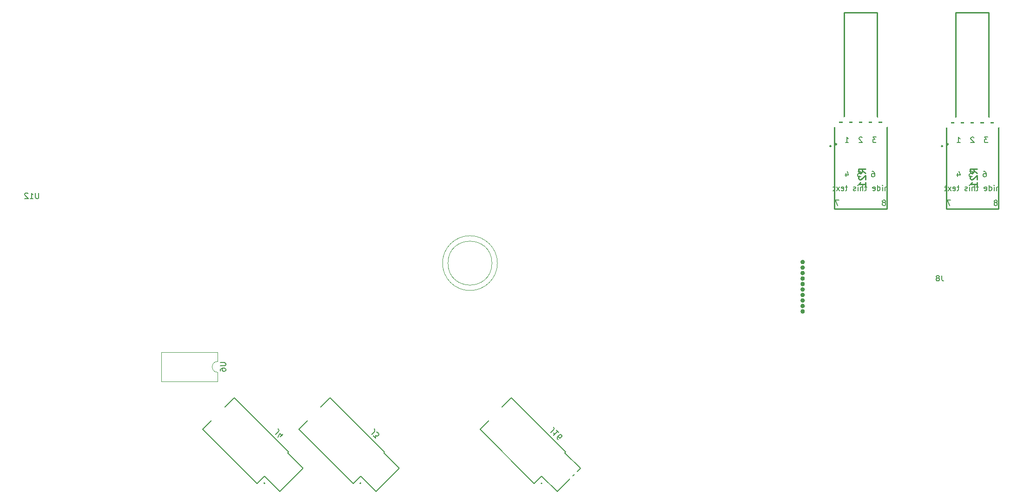
<source format=gbr>
%TF.GenerationSoftware,KiCad,Pcbnew,(6.0.5)*%
%TF.CreationDate,2022-07-01T10:57:45+02:00*%
%TF.ProjectId,clarinoid-bodytest,636c6172-696e-46f6-9964-2d626f647974,rev?*%
%TF.SameCoordinates,Original*%
%TF.FileFunction,Legend,Bot*%
%TF.FilePolarity,Positive*%
%FSLAX46Y46*%
G04 Gerber Fmt 4.6, Leading zero omitted, Abs format (unit mm)*
G04 Created by KiCad (PCBNEW (6.0.5)) date 2022-07-01 10:57:45*
%MOMM*%
%LPD*%
G01*
G04 APERTURE LIST*
G04 Aperture macros list*
%AMHorizOval*
0 Thick line with rounded ends*
0 $1 width*
0 $2 $3 position (X,Y) of the first rounded end (center of the circle)*
0 $4 $5 position (X,Y) of the second rounded end (center of the circle)*
0 Add line between two ends*
20,1,$1,$2,$3,$4,$5,0*
0 Add two circle primitives to create the rounded ends*
1,1,$1,$2,$3*
1,1,$1,$4,$5*%
G04 Aperture macros list end*
%ADD10C,0.254000*%
%ADD11C,0.150000*%
%ADD12C,0.250000*%
%ADD13C,0.120000*%
%ADD14C,0.127000*%
%ADD15C,0.200000*%
%ADD16C,0.400000*%
%ADD17C,9.000000*%
%ADD18C,2.700000*%
%ADD19C,1.800000*%
%ADD20O,1.200000X2.000000*%
%ADD21O,3.000000X2.150000*%
%ADD22C,2.390000*%
%ADD23C,3.450000*%
%ADD24R,1.600000X1.600000*%
%ADD25C,1.600000*%
%ADD26C,0.650000*%
%ADD27O,1.000000X2.100000*%
%ADD28O,1.000000X1.600000*%
%ADD29C,6.500000*%
%ADD30C,6.200000*%
%ADD31C,1.000000*%
%ADD32C,7.000000*%
%ADD33O,1.700000X2.200000*%
%ADD34O,2.200000X1.700000*%
%ADD35C,4.000000*%
%ADD36C,7.500000*%
%ADD37C,1.650000*%
%ADD38C,1.150000*%
%ADD39HorizOval,1.700000X0.388909X0.388909X-0.388909X-0.388909X0*%
%ADD40C,8.500000*%
%ADD41O,1.600000X1.600000*%
%ADD42R,1.700000X2.800000*%
%ADD43R,2.800000X1.700000*%
%ADD44O,1.400000X2.500000*%
%ADD45O,1.400000X2.000000*%
%ADD46C,0.800000*%
%ADD47C,0.600000*%
G04 APERTURE END LIST*
D10*
%TO.C,R21*%
X-95106683Y-187952094D02*
X-95711445Y-187528761D01*
X-95106683Y-187226380D02*
X-96376683Y-187226380D01*
X-96376683Y-187710189D01*
X-96316207Y-187831142D01*
X-96255730Y-187891618D01*
X-96134778Y-187952094D01*
X-95953349Y-187952094D01*
X-95832397Y-187891618D01*
X-95771921Y-187831142D01*
X-95711445Y-187710189D01*
X-95711445Y-187226380D01*
X-96255730Y-188435903D02*
X-96316207Y-188496380D01*
X-96376683Y-188617332D01*
X-96376683Y-188919713D01*
X-96316207Y-189040665D01*
X-96255730Y-189101142D01*
X-96134778Y-189161618D01*
X-96013826Y-189161618D01*
X-95832397Y-189101142D01*
X-95106683Y-188375427D01*
X-95106683Y-189161618D01*
X-95106683Y-190371142D02*
X-95106683Y-189645427D01*
X-95106683Y-190008284D02*
X-96376683Y-190008284D01*
X-96195254Y-189887332D01*
X-96074302Y-189766380D01*
X-96013826Y-189645427D01*
D11*
%TO.C,J15*%
X-98666683Y-187978237D02*
X-98666683Y-188644903D01*
X-98428587Y-187597284D02*
X-98190492Y-188311570D01*
X-98809540Y-188311570D01*
X-99892873Y-192894903D02*
X-100559540Y-192894903D01*
X-100130968Y-193894903D01*
X-96464302Y-187644903D02*
X-95988111Y-187644903D01*
X-95940492Y-188121094D01*
X-95988111Y-188073475D01*
X-96083349Y-188025856D01*
X-96321445Y-188025856D01*
X-96416683Y-188073475D01*
X-96464302Y-188121094D01*
X-96511921Y-188216332D01*
X-96511921Y-188454427D01*
X-96464302Y-188549665D01*
X-96416683Y-188597284D01*
X-96321445Y-188644903D01*
X-96083349Y-188644903D01*
X-95988111Y-188597284D01*
X-95940492Y-188549665D01*
X-93142873Y-181394903D02*
X-93761921Y-181394903D01*
X-93428587Y-181775856D01*
X-93571445Y-181775856D01*
X-93666683Y-181823475D01*
X-93714302Y-181871094D01*
X-93761921Y-181966332D01*
X-93761921Y-182204427D01*
X-93714302Y-182299665D01*
X-93666683Y-182347284D01*
X-93571445Y-182394903D01*
X-93285730Y-182394903D01*
X-93190492Y-182347284D01*
X-93142873Y-182299665D01*
X-98761921Y-182394903D02*
X-98190492Y-182394903D01*
X-98476207Y-182394903D02*
X-98476207Y-181394903D01*
X-98380968Y-181537761D01*
X-98285730Y-181632999D01*
X-98190492Y-181680618D01*
X-95690492Y-181490142D02*
X-95738111Y-181442523D01*
X-95833349Y-181394903D01*
X-96071445Y-181394903D01*
X-96166683Y-181442523D01*
X-96214302Y-181490142D01*
X-96261921Y-181585380D01*
X-96261921Y-181680618D01*
X-96214302Y-181823475D01*
X-95642873Y-182394903D01*
X-96261921Y-182394903D01*
X-91630968Y-193323475D02*
X-91535730Y-193275856D01*
X-91488111Y-193228237D01*
X-91440492Y-193132999D01*
X-91440492Y-193085380D01*
X-91488111Y-192990142D01*
X-91535730Y-192942523D01*
X-91630968Y-192894903D01*
X-91821445Y-192894903D01*
X-91916683Y-192942523D01*
X-91964302Y-192990142D01*
X-92011921Y-193085380D01*
X-92011921Y-193132999D01*
X-91964302Y-193228237D01*
X-91916683Y-193275856D01*
X-91821445Y-193323475D01*
X-91630968Y-193323475D01*
X-91535730Y-193371094D01*
X-91488111Y-193418713D01*
X-91440492Y-193513951D01*
X-91440492Y-193704427D01*
X-91488111Y-193799665D01*
X-91535730Y-193847284D01*
X-91630968Y-193894903D01*
X-91821445Y-193894903D01*
X-91916683Y-193847284D01*
X-91964302Y-193799665D01*
X-92011921Y-193704427D01*
X-92011921Y-193513951D01*
X-91964302Y-193418713D01*
X-91916683Y-193371094D01*
X-91821445Y-193323475D01*
X-93916683Y-187644903D02*
X-93726207Y-187644903D01*
X-93630968Y-187692523D01*
X-93583349Y-187740142D01*
X-93488111Y-187882999D01*
X-93440492Y-188073475D01*
X-93440492Y-188454427D01*
X-93488111Y-188549665D01*
X-93535730Y-188597284D01*
X-93630968Y-188644903D01*
X-93821445Y-188644903D01*
X-93916683Y-188597284D01*
X-93964302Y-188549665D01*
X-94011921Y-188454427D01*
X-94011921Y-188216332D01*
X-93964302Y-188121094D01*
X-93916683Y-188073475D01*
X-93821445Y-188025856D01*
X-93630968Y-188025856D01*
X-93535730Y-188073475D01*
X-93488111Y-188121094D01*
X-93440492Y-188216332D01*
X-91095254Y-191144903D02*
X-91095254Y-190144903D01*
X-91523826Y-191144903D02*
X-91523826Y-190621094D01*
X-91476207Y-190525856D01*
X-91380968Y-190478237D01*
X-91238111Y-190478237D01*
X-91142873Y-190525856D01*
X-91095254Y-190573475D01*
X-92000016Y-191144903D02*
X-92000016Y-190478237D01*
X-92000016Y-190144903D02*
X-91952397Y-190192523D01*
X-92000016Y-190240142D01*
X-92047635Y-190192523D01*
X-92000016Y-190144903D01*
X-92000016Y-190240142D01*
X-92904778Y-191144903D02*
X-92904778Y-190144903D01*
X-92904778Y-191097284D02*
X-92809540Y-191144903D01*
X-92619064Y-191144903D01*
X-92523826Y-191097284D01*
X-92476207Y-191049665D01*
X-92428587Y-190954427D01*
X-92428587Y-190668713D01*
X-92476207Y-190573475D01*
X-92523826Y-190525856D01*
X-92619064Y-190478237D01*
X-92809540Y-190478237D01*
X-92904778Y-190525856D01*
X-93761921Y-191097284D02*
X-93666683Y-191144903D01*
X-93476206Y-191144903D01*
X-93380968Y-191097284D01*
X-93333349Y-191002046D01*
X-93333349Y-190621094D01*
X-93380968Y-190525856D01*
X-93476206Y-190478237D01*
X-93666683Y-190478237D01*
X-93761921Y-190525856D01*
X-93809540Y-190621094D01*
X-93809540Y-190716332D01*
X-93333349Y-190811570D01*
X-94857159Y-190478237D02*
X-95238111Y-190478237D01*
X-95000016Y-190144903D02*
X-95000016Y-191002046D01*
X-95047635Y-191097284D01*
X-95142873Y-191144903D01*
X-95238111Y-191144903D01*
X-95571445Y-191144903D02*
X-95571445Y-190144903D01*
X-96000016Y-191144903D02*
X-96000016Y-190621094D01*
X-95952397Y-190525856D01*
X-95857159Y-190478237D01*
X-95714302Y-190478237D01*
X-95619064Y-190525856D01*
X-95571445Y-190573475D01*
X-96476206Y-191144903D02*
X-96476206Y-190478237D01*
X-96476206Y-190144903D02*
X-96428587Y-190192523D01*
X-96476206Y-190240142D01*
X-96523826Y-190192523D01*
X-96476206Y-190144903D01*
X-96476206Y-190240142D01*
X-96904778Y-191097284D02*
X-97000016Y-191144903D01*
X-97190492Y-191144903D01*
X-97285730Y-191097284D01*
X-97333349Y-191002046D01*
X-97333349Y-190954427D01*
X-97285730Y-190859189D01*
X-97190492Y-190811570D01*
X-97047635Y-190811570D01*
X-96952397Y-190763951D01*
X-96904778Y-190668713D01*
X-96904778Y-190621094D01*
X-96952397Y-190525856D01*
X-97047635Y-190478237D01*
X-97190492Y-190478237D01*
X-97285730Y-190525856D01*
X-98380968Y-190478237D02*
X-98761921Y-190478237D01*
X-98523826Y-190144903D02*
X-98523826Y-191002046D01*
X-98571445Y-191097284D01*
X-98666683Y-191144903D01*
X-98761921Y-191144903D01*
X-99476206Y-191097284D02*
X-99380968Y-191144903D01*
X-99190492Y-191144903D01*
X-99095254Y-191097284D01*
X-99047635Y-191002046D01*
X-99047635Y-190621094D01*
X-99095254Y-190525856D01*
X-99190492Y-190478237D01*
X-99380968Y-190478237D01*
X-99476206Y-190525856D01*
X-99523826Y-190621094D01*
X-99523826Y-190716332D01*
X-99047635Y-190811570D01*
X-99857159Y-191144903D02*
X-100380968Y-190478237D01*
X-99857159Y-190478237D02*
X-100380968Y-191144903D01*
X-100619064Y-190478237D02*
X-101000016Y-190478237D01*
X-100761921Y-190144903D02*
X-100761921Y-191002046D01*
X-100809540Y-191097284D01*
X-100904778Y-191144903D01*
X-101000016Y-191144903D01*
%TO.C,J4*%
X-202544217Y-235620679D02*
X-202039141Y-235115603D01*
X-201971797Y-234980916D01*
X-201971797Y-234846229D01*
X-202039141Y-234711542D01*
X-202106484Y-234644199D01*
X-201668751Y-236024740D02*
X-201197347Y-235553336D01*
X-202106484Y-236125756D02*
X-201769767Y-235452321D01*
X-201332034Y-235890053D01*
%TO.C,J3*%
X-185044217Y-235620679D02*
X-184539141Y-235115603D01*
X-184471797Y-234980916D01*
X-184471797Y-234846229D01*
X-184539141Y-234711542D01*
X-184606484Y-234644199D01*
X-184774843Y-235890053D02*
X-184337110Y-236327786D01*
X-184303438Y-235822710D01*
X-184202423Y-235923725D01*
X-184101408Y-235957397D01*
X-184034064Y-235957397D01*
X-183933049Y-235923725D01*
X-183764690Y-235755366D01*
X-183731019Y-235654351D01*
X-183731019Y-235587008D01*
X-183764690Y-235485992D01*
X-183966721Y-235283962D01*
X-184067736Y-235250290D01*
X-184135080Y-235250290D01*
%TO.C,J8*%
X-81206840Y-206649414D02*
X-81206840Y-207363700D01*
X-81159221Y-207506557D01*
X-81063983Y-207601795D01*
X-80921126Y-207649414D01*
X-80825888Y-207649414D01*
X-81825888Y-207077986D02*
X-81730650Y-207030367D01*
X-81683031Y-206982748D01*
X-81635412Y-206887510D01*
X-81635412Y-206839891D01*
X-81683031Y-206744653D01*
X-81730650Y-206697034D01*
X-81825888Y-206649414D01*
X-82016364Y-206649414D01*
X-82111602Y-206697034D01*
X-82159221Y-206744653D01*
X-82206840Y-206839891D01*
X-82206840Y-206887510D01*
X-82159221Y-206982748D01*
X-82111602Y-207030367D01*
X-82016364Y-207077986D01*
X-81825888Y-207077986D01*
X-81730650Y-207125605D01*
X-81683031Y-207173224D01*
X-81635412Y-207268462D01*
X-81635412Y-207458938D01*
X-81683031Y-207554176D01*
X-81730650Y-207601795D01*
X-81825888Y-207649414D01*
X-82016364Y-207649414D01*
X-82111602Y-207601795D01*
X-82159221Y-207554176D01*
X-82206840Y-207458938D01*
X-82206840Y-207268462D01*
X-82159221Y-207173224D01*
X-82111602Y-207125605D01*
X-82016364Y-207077986D01*
%TO.C,U12*%
X-245701100Y-191599414D02*
X-245701100Y-192408938D01*
X-245748719Y-192504176D01*
X-245796338Y-192551795D01*
X-245891576Y-192599414D01*
X-246082053Y-192599414D01*
X-246177291Y-192551795D01*
X-246224910Y-192504176D01*
X-246272529Y-192408938D01*
X-246272529Y-191599414D01*
X-247272529Y-192599414D02*
X-246701100Y-192599414D01*
X-246986815Y-192599414D02*
X-246986815Y-191599414D01*
X-246891576Y-191742272D01*
X-246796338Y-191837510D01*
X-246701100Y-191885129D01*
X-247653481Y-191694653D02*
X-247701100Y-191647034D01*
X-247796338Y-191599414D01*
X-248034434Y-191599414D01*
X-248129672Y-191647034D01*
X-248177291Y-191694653D01*
X-248224910Y-191789891D01*
X-248224910Y-191885129D01*
X-248177291Y-192027986D01*
X-247605862Y-192599414D01*
X-248224910Y-192599414D01*
%TO.C,U6*%
X-212631815Y-222550129D02*
X-211822291Y-222550129D01*
X-211727053Y-222597748D01*
X-211679434Y-222645367D01*
X-211631815Y-222740605D01*
X-211631815Y-222931081D01*
X-211679434Y-223026319D01*
X-211727053Y-223073938D01*
X-211822291Y-223121557D01*
X-212631815Y-223121557D01*
X-212631815Y-224026319D02*
X-212631815Y-223835843D01*
X-212584196Y-223740605D01*
X-212536576Y-223692986D01*
X-212393719Y-223597748D01*
X-212203243Y-223550129D01*
X-211822291Y-223550129D01*
X-211727053Y-223597748D01*
X-211679434Y-223645367D01*
X-211631815Y-223740605D01*
X-211631815Y-223931081D01*
X-211679434Y-224026319D01*
X-211727053Y-224073938D01*
X-211822291Y-224121557D01*
X-212060386Y-224121557D01*
X-212155624Y-224073938D01*
X-212203243Y-224026319D01*
X-212250862Y-223931081D01*
X-212250862Y-223740605D01*
X-212203243Y-223645367D01*
X-212155624Y-223597748D01*
X-212060386Y-223550129D01*
%TO.C,J16*%
X-152380934Y-235283962D02*
X-151875858Y-234778886D01*
X-151808515Y-234644199D01*
X-151808515Y-234509512D01*
X-151875858Y-234374825D01*
X-151943202Y-234307481D01*
X-150966721Y-235283962D02*
X-151370782Y-234879901D01*
X-151168751Y-235081931D02*
X-151875858Y-235789038D01*
X-151842186Y-235620679D01*
X-151842186Y-235485992D01*
X-151875858Y-235384977D01*
X-151067736Y-236597160D02*
X-151202423Y-236462473D01*
X-151236095Y-236361458D01*
X-151236095Y-236294114D01*
X-151202423Y-236125756D01*
X-151101408Y-235957397D01*
X-150832034Y-235688023D01*
X-150731019Y-235654351D01*
X-150663675Y-235654351D01*
X-150562660Y-235688023D01*
X-150427973Y-235822710D01*
X-150394301Y-235923725D01*
X-150394301Y-235991069D01*
X-150427973Y-236092084D01*
X-150596332Y-236260443D01*
X-150697347Y-236294114D01*
X-150764690Y-236294114D01*
X-150865706Y-236260443D01*
X-151000393Y-236125756D01*
X-151034064Y-236024740D01*
X-151034064Y-235957397D01*
X-151000393Y-235856382D01*
%TO.C,J15*%
X-70758243Y-191149414D02*
X-70758243Y-190149414D01*
X-71186815Y-191149414D02*
X-71186815Y-190625605D01*
X-71139196Y-190530367D01*
X-71043957Y-190482748D01*
X-70901100Y-190482748D01*
X-70805862Y-190530367D01*
X-70758243Y-190577986D01*
X-71663005Y-191149414D02*
X-71663005Y-190482748D01*
X-71663005Y-190149414D02*
X-71615386Y-190197034D01*
X-71663005Y-190244653D01*
X-71710624Y-190197034D01*
X-71663005Y-190149414D01*
X-71663005Y-190244653D01*
X-72567767Y-191149414D02*
X-72567767Y-190149414D01*
X-72567767Y-191101795D02*
X-72472529Y-191149414D01*
X-72282053Y-191149414D01*
X-72186815Y-191101795D01*
X-72139196Y-191054176D01*
X-72091576Y-190958938D01*
X-72091576Y-190673224D01*
X-72139196Y-190577986D01*
X-72186815Y-190530367D01*
X-72282053Y-190482748D01*
X-72472529Y-190482748D01*
X-72567767Y-190530367D01*
X-73424910Y-191101795D02*
X-73329672Y-191149414D01*
X-73139195Y-191149414D01*
X-73043957Y-191101795D01*
X-72996338Y-191006557D01*
X-72996338Y-190625605D01*
X-73043957Y-190530367D01*
X-73139195Y-190482748D01*
X-73329672Y-190482748D01*
X-73424910Y-190530367D01*
X-73472529Y-190625605D01*
X-73472529Y-190720843D01*
X-72996338Y-190816081D01*
X-74520148Y-190482748D02*
X-74901100Y-190482748D01*
X-74663005Y-190149414D02*
X-74663005Y-191006557D01*
X-74710624Y-191101795D01*
X-74805862Y-191149414D01*
X-74901100Y-191149414D01*
X-75234434Y-191149414D02*
X-75234434Y-190149414D01*
X-75663005Y-191149414D02*
X-75663005Y-190625605D01*
X-75615386Y-190530367D01*
X-75520148Y-190482748D01*
X-75377291Y-190482748D01*
X-75282053Y-190530367D01*
X-75234434Y-190577986D01*
X-76139195Y-191149414D02*
X-76139195Y-190482748D01*
X-76139195Y-190149414D02*
X-76091576Y-190197034D01*
X-76139195Y-190244653D01*
X-76186815Y-190197034D01*
X-76139195Y-190149414D01*
X-76139195Y-190244653D01*
X-76567767Y-191101795D02*
X-76663005Y-191149414D01*
X-76853481Y-191149414D01*
X-76948719Y-191101795D01*
X-76996338Y-191006557D01*
X-76996338Y-190958938D01*
X-76948719Y-190863700D01*
X-76853481Y-190816081D01*
X-76710624Y-190816081D01*
X-76615386Y-190768462D01*
X-76567767Y-190673224D01*
X-76567767Y-190625605D01*
X-76615386Y-190530367D01*
X-76710624Y-190482748D01*
X-76853481Y-190482748D01*
X-76948719Y-190530367D01*
X-78043957Y-190482748D02*
X-78424910Y-190482748D01*
X-78186815Y-190149414D02*
X-78186815Y-191006557D01*
X-78234434Y-191101795D01*
X-78329672Y-191149414D01*
X-78424910Y-191149414D01*
X-79139195Y-191101795D02*
X-79043957Y-191149414D01*
X-78853481Y-191149414D01*
X-78758243Y-191101795D01*
X-78710624Y-191006557D01*
X-78710624Y-190625605D01*
X-78758243Y-190530367D01*
X-78853481Y-190482748D01*
X-79043957Y-190482748D01*
X-79139195Y-190530367D01*
X-79186815Y-190625605D01*
X-79186815Y-190720843D01*
X-78710624Y-190816081D01*
X-79520148Y-191149414D02*
X-80043957Y-190482748D01*
X-79520148Y-190482748D02*
X-80043957Y-191149414D01*
X-80282053Y-190482748D02*
X-80663005Y-190482748D01*
X-80424910Y-190149414D02*
X-80424910Y-191006557D01*
X-80472529Y-191101795D01*
X-80567767Y-191149414D01*
X-80663005Y-191149414D01*
X-73579672Y-187649414D02*
X-73389196Y-187649414D01*
X-73293957Y-187697034D01*
X-73246338Y-187744653D01*
X-73151100Y-187887510D01*
X-73103481Y-188077986D01*
X-73103481Y-188458938D01*
X-73151100Y-188554176D01*
X-73198719Y-188601795D01*
X-73293957Y-188649414D01*
X-73484434Y-188649414D01*
X-73579672Y-188601795D01*
X-73627291Y-188554176D01*
X-73674910Y-188458938D01*
X-73674910Y-188220843D01*
X-73627291Y-188125605D01*
X-73579672Y-188077986D01*
X-73484434Y-188030367D01*
X-73293957Y-188030367D01*
X-73198719Y-188077986D01*
X-73151100Y-188125605D01*
X-73103481Y-188220843D01*
X-71293957Y-193327986D02*
X-71198719Y-193280367D01*
X-71151100Y-193232748D01*
X-71103481Y-193137510D01*
X-71103481Y-193089891D01*
X-71151100Y-192994653D01*
X-71198719Y-192947034D01*
X-71293957Y-192899414D01*
X-71484434Y-192899414D01*
X-71579672Y-192947034D01*
X-71627291Y-192994653D01*
X-71674910Y-193089891D01*
X-71674910Y-193137510D01*
X-71627291Y-193232748D01*
X-71579672Y-193280367D01*
X-71484434Y-193327986D01*
X-71293957Y-193327986D01*
X-71198719Y-193375605D01*
X-71151100Y-193423224D01*
X-71103481Y-193518462D01*
X-71103481Y-193708938D01*
X-71151100Y-193804176D01*
X-71198719Y-193851795D01*
X-71293957Y-193899414D01*
X-71484434Y-193899414D01*
X-71579672Y-193851795D01*
X-71627291Y-193804176D01*
X-71674910Y-193708938D01*
X-71674910Y-193518462D01*
X-71627291Y-193423224D01*
X-71579672Y-193375605D01*
X-71484434Y-193327986D01*
X-75353481Y-181494653D02*
X-75401100Y-181447034D01*
X-75496338Y-181399414D01*
X-75734434Y-181399414D01*
X-75829672Y-181447034D01*
X-75877291Y-181494653D01*
X-75924910Y-181589891D01*
X-75924910Y-181685129D01*
X-75877291Y-181827986D01*
X-75305862Y-182399414D01*
X-75924910Y-182399414D01*
X-78424910Y-182399414D02*
X-77853481Y-182399414D01*
X-78139196Y-182399414D02*
X-78139196Y-181399414D01*
X-78043957Y-181542272D01*
X-77948719Y-181637510D01*
X-77853481Y-181685129D01*
X-72805862Y-181399414D02*
X-73424910Y-181399414D01*
X-73091576Y-181780367D01*
X-73234434Y-181780367D01*
X-73329672Y-181827986D01*
X-73377291Y-181875605D01*
X-73424910Y-181970843D01*
X-73424910Y-182208938D01*
X-73377291Y-182304176D01*
X-73329672Y-182351795D01*
X-73234434Y-182399414D01*
X-72948719Y-182399414D01*
X-72853481Y-182351795D01*
X-72805862Y-182304176D01*
X-76127291Y-187649414D02*
X-75651100Y-187649414D01*
X-75603481Y-188125605D01*
X-75651100Y-188077986D01*
X-75746338Y-188030367D01*
X-75984434Y-188030367D01*
X-76079672Y-188077986D01*
X-76127291Y-188125605D01*
X-76174910Y-188220843D01*
X-76174910Y-188458938D01*
X-76127291Y-188554176D01*
X-76079672Y-188601795D01*
X-75984434Y-188649414D01*
X-75746338Y-188649414D01*
X-75651100Y-188601795D01*
X-75603481Y-188554176D01*
X-79555862Y-192899414D02*
X-80222529Y-192899414D01*
X-79793957Y-193899414D01*
X-78329672Y-187982748D02*
X-78329672Y-188649414D01*
X-78091576Y-187601795D02*
X-77853481Y-188316081D01*
X-78472529Y-188316081D01*
D10*
%TO.C,R21*%
X-74769672Y-187956605D02*
X-75374434Y-187533272D01*
X-74769672Y-187230891D02*
X-76039672Y-187230891D01*
X-76039672Y-187714700D01*
X-75979196Y-187835653D01*
X-75918719Y-187896129D01*
X-75797767Y-187956605D01*
X-75616338Y-187956605D01*
X-75495386Y-187896129D01*
X-75434910Y-187835653D01*
X-75374434Y-187714700D01*
X-75374434Y-187230891D01*
X-75918719Y-188440414D02*
X-75979196Y-188500891D01*
X-76039672Y-188621843D01*
X-76039672Y-188924224D01*
X-75979196Y-189045176D01*
X-75918719Y-189105653D01*
X-75797767Y-189166129D01*
X-75676815Y-189166129D01*
X-75495386Y-189105653D01*
X-74769672Y-188379938D01*
X-74769672Y-189166129D01*
X-74769672Y-190375653D02*
X-74769672Y-189649938D01*
X-74769672Y-190012795D02*
X-76039672Y-190012795D01*
X-75858243Y-189891843D01*
X-75737291Y-189770891D01*
X-75676815Y-189649938D01*
D11*
%TO.C,J17*%
X-83809672Y-230749414D02*
X-83809672Y-231463700D01*
X-83762053Y-231606557D01*
X-83666815Y-231701795D01*
X-83523957Y-231749414D01*
X-83428719Y-231749414D01*
X-84809672Y-231749414D02*
X-84238243Y-231749414D01*
X-84523957Y-231749414D02*
X-84523957Y-230749414D01*
X-84428719Y-230892272D01*
X-84333481Y-230987510D01*
X-84238243Y-231035129D01*
X-85143005Y-230749414D02*
X-85809672Y-230749414D01*
X-85381100Y-231749414D01*
D10*
%TO.C,R21*%
X-101380817Y-183045523D02*
G75*
G03*
X-101380817Y-183045523I-98390J0D01*
G01*
X-92976207Y-178692523D02*
X-98976207Y-178692523D01*
X-92976207Y-158692523D02*
X-98976207Y-158692523D01*
X-91226207Y-194492523D02*
X-91226207Y-178692523D01*
X-98976207Y-178692523D02*
X-100726207Y-178692523D01*
X-100726207Y-194492523D02*
X-91226207Y-194492523D01*
X-98976207Y-158692523D02*
X-98976207Y-178692523D01*
X-91226207Y-178692523D02*
X-92976207Y-178692523D01*
X-100726207Y-178692523D02*
X-100726207Y-194492523D01*
X-92976207Y-178692523D02*
X-92976207Y-158692523D01*
%TO.C,J15*%
D12*
X-100351207Y-182692523D02*
G75*
G03*
X-100351207Y-182692523I-125000J0D01*
G01*
D13*
%TO.C,U18*%
X-163139196Y-204391545D02*
G75*
G03*
X-163139196Y-204391545I-4000000J0D01*
G01*
X-162139196Y-204391545D02*
G75*
G03*
X-162139196Y-204391545I-5000000J0D01*
G01*
D14*
%TO.C,J4*%
X-201751161Y-246081275D02*
X-197508520Y-241838634D01*
X-197508520Y-241838634D02*
X-200336947Y-239010207D01*
X-205923091Y-244596350D02*
X-204579588Y-243252847D01*
X-214196240Y-233070510D02*
X-215822585Y-234696855D01*
X-200336947Y-239010207D02*
X-200195526Y-238868785D01*
X-210095021Y-228969291D02*
X-211792077Y-230666347D01*
X-215822585Y-234696855D02*
X-205923091Y-244596350D01*
X-200195526Y-238868785D02*
X-210095021Y-228969291D01*
X-204579588Y-243252847D02*
X-201751161Y-246081275D01*
D15*
X-204495710Y-244552227D02*
G75*
G03*
X-204495710Y-244552227I-100000J0D01*
G01*
D14*
%TO.C,J3*%
X-188423091Y-244596350D02*
X-187079588Y-243252847D01*
X-182695526Y-238868785D02*
X-192595021Y-228969291D01*
X-187079588Y-243252847D02*
X-184251161Y-246081275D01*
X-180008520Y-241838634D02*
X-182836947Y-239010207D01*
X-192595021Y-228969291D02*
X-194292077Y-230666347D01*
X-182836947Y-239010207D02*
X-182695526Y-238868785D01*
X-196696240Y-233070510D02*
X-198322585Y-234696855D01*
X-198322585Y-234696855D02*
X-188423091Y-244596350D01*
X-184251161Y-246081275D02*
X-180008520Y-241838634D01*
D15*
X-186995710Y-244552227D02*
G75*
G03*
X-186995710Y-244552227I-100000J0D01*
G01*
%TO.C,J8*%
D16*
X-106340174Y-204197034D02*
G75*
G03*
X-106340174Y-204197034I-200000J0D01*
G01*
X-106340174Y-210197034D02*
G75*
G03*
X-106340174Y-210197034I-200000J0D01*
G01*
X-106340174Y-209197034D02*
G75*
G03*
X-106340174Y-209197034I-200000J0D01*
G01*
X-106340174Y-211197034D02*
G75*
G03*
X-106340174Y-211197034I-200000J0D01*
G01*
X-106340174Y-212197034D02*
G75*
G03*
X-106340174Y-212197034I-200000J0D01*
G01*
X-106340174Y-207197034D02*
G75*
G03*
X-106340174Y-207197034I-200000J0D01*
G01*
X-106340174Y-205197034D02*
G75*
G03*
X-106340174Y-205197034I-200000J0D01*
G01*
X-106340174Y-213197034D02*
G75*
G03*
X-106340174Y-213197034I-200000J0D01*
G01*
X-106340174Y-208197034D02*
G75*
G03*
X-106340174Y-208197034I-200000J0D01*
G01*
X-106340174Y-206197034D02*
G75*
G03*
X-106340174Y-206197034I-200000J0D01*
G01*
D13*
%TO.C,U6*%
X-213084196Y-220662034D02*
X-213084196Y-222312034D01*
X-213084196Y-224312034D02*
X-213084196Y-225962034D01*
X-223364196Y-225962034D02*
X-223364196Y-220662034D01*
X-213084196Y-225962034D02*
X-223364196Y-225962034D01*
X-223364196Y-220662034D02*
X-213084196Y-220662034D01*
X-213084196Y-222312034D02*
G75*
G03*
X-213084196Y-224312034I0J-1000000D01*
G01*
D14*
%TO.C,J16*%
X-151251161Y-246081275D02*
X-147008520Y-241838634D01*
X-149695526Y-238868785D02*
X-159595021Y-228969291D01*
X-159595021Y-228969291D02*
X-161292077Y-230666347D01*
X-154079588Y-243252847D02*
X-151251161Y-246081275D01*
X-165322585Y-234696855D02*
X-155423091Y-244596350D01*
X-163696240Y-233070510D02*
X-165322585Y-234696855D01*
X-155423091Y-244596350D02*
X-154079588Y-243252847D01*
X-147008520Y-241838634D02*
X-149836947Y-239010207D01*
X-149836947Y-239010207D02*
X-149695526Y-238868785D01*
D15*
X-153995710Y-244552227D02*
G75*
G03*
X-153995710Y-244552227I-100000J0D01*
G01*
%TO.C,J15*%
D12*
X-80014196Y-182697034D02*
G75*
G03*
X-80014196Y-182697034I-125000J0D01*
G01*
D10*
%TO.C,R21*%
X-72639196Y-178697034D02*
X-72639196Y-158697034D01*
X-80389196Y-178697034D02*
X-80389196Y-194497034D01*
X-70889196Y-178697034D02*
X-72639196Y-178697034D01*
X-78639196Y-158697034D02*
X-78639196Y-178697034D01*
X-80389196Y-194497034D02*
X-70889196Y-194497034D01*
X-78639196Y-178697034D02*
X-80389196Y-178697034D01*
X-70889196Y-194497034D02*
X-70889196Y-178697034D01*
X-72639196Y-158697034D02*
X-78639196Y-158697034D01*
X-72639196Y-178697034D02*
X-78639196Y-178697034D01*
X-81043806Y-183050034D02*
G75*
G03*
X-81043806Y-183050034I-98390J0D01*
G01*
%TD*%
%LPC*%
D17*
X-255894196Y-244197034D02*
G75*
G03*
X-255894196Y-244197034I-4500000J0D01*
G01*
D18*
%TO.C,H8*%
X-48339196Y-192197034D03*
%TD*%
D19*
%TO.C,R21*%
X-93476207Y-192442523D03*
X-98476207Y-192442523D03*
X-93476207Y-186192523D03*
X-95976207Y-186192523D03*
X-98476207Y-186192523D03*
X-93476207Y-183692523D03*
X-95976207Y-183692523D03*
X-98476207Y-183692523D03*
%TD*%
D20*
%TO.C,J15*%
X-104076207Y-178692523D03*
X-102276207Y-178692523D03*
X-100476207Y-178692523D03*
X-98676207Y-178692523D03*
X-96876207Y-178692523D03*
X-95076207Y-178692523D03*
X-93276207Y-178692523D03*
X-91476207Y-178692523D03*
X-89676207Y-178692523D03*
X-87876207Y-178692523D03*
%TD*%
D18*
%TO.C,H7*%
X-201251696Y-231197034D03*
%TD*%
%TO.C,H3*%
X-66139196Y-208697034D03*
%TD*%
D19*
%TO.C,SW2*%
X-293929196Y-238462034D03*
X-288849196Y-238462034D03*
D21*
X-291389196Y-220682034D03*
X-291389196Y-223222034D03*
X-291389196Y-225762034D03*
%TD*%
D18*
%TO.C,H5*%
X-46251696Y-231197034D03*
%TD*%
D19*
%TO.C,SW11*%
X-209491696Y-194132034D03*
X-204411696Y-194132034D03*
D21*
X-206951696Y-211912034D03*
X-206951696Y-209372034D03*
X-206951696Y-206832034D03*
%TD*%
D22*
%TO.C,BT1*%
X-57539196Y-239197034D03*
D23*
X-121069196Y-239197034D03*
X-65869196Y-223197034D03*
%TD*%
D24*
%TO.C,SW7*%
X-213652477Y-195851545D03*
D25*
X-213652477Y-198391545D03*
%TD*%
D26*
%TO.C,J5*%
X-148616207Y-193912523D03*
X-154396207Y-193912523D03*
D27*
X-155826207Y-193412523D03*
D28*
X-147186207Y-197592523D03*
D27*
X-147186207Y-193412523D03*
D28*
X-155826207Y-197592523D03*
%TD*%
D29*
%TO.C,U16*%
X-246851696Y-201897034D03*
%TD*%
D19*
%TO.C,SW5*%
X-226849196Y-238462034D03*
X-231929196Y-238462034D03*
D21*
X-229389196Y-220682034D03*
X-229389196Y-223222034D03*
X-229389196Y-225762034D03*
%TD*%
D19*
%TO.C,SW4*%
X-242849196Y-236462034D03*
X-247929196Y-236462034D03*
D21*
X-245389196Y-218682034D03*
X-245389196Y-221222034D03*
X-245389196Y-223762034D03*
%TD*%
D30*
%TO.C,H1*%
X-165901696Y-227197034D03*
%TD*%
D18*
%TO.C,H9*%
X-199539196Y-201392034D03*
%TD*%
D31*
%TO.C,J11*%
X-132451207Y-196242523D03*
X-124451207Y-196242523D03*
%TD*%
D32*
%TO.C,J19*%
X-175751696Y-225597034D03*
%TD*%
D18*
%TO.C,H11*%
X-254751696Y-201391545D03*
%TD*%
D33*
%TO.C,J13*%
X-150656207Y-181692523D03*
X-148116207Y-181692523D03*
X-145576207Y-181692523D03*
X-143036207Y-181692523D03*
X-140496207Y-181692523D03*
X-137956207Y-181692523D03*
X-135416207Y-181692523D03*
X-132876207Y-181692523D03*
X-130336207Y-181692523D03*
X-127796207Y-181692523D03*
X-125256207Y-181692523D03*
X-122716207Y-181692523D03*
X-120176207Y-181692523D03*
X-117636207Y-181692523D03*
X-115096207Y-200192523D03*
X-112556207Y-200192523D03*
X-110016207Y-200192523D03*
D34*
X-158376207Y-188192523D03*
X-158376207Y-190732523D03*
X-107376207Y-188192523D03*
X-107376207Y-190732523D03*
D35*
X-140876207Y-188192523D03*
X-155376207Y-184692523D03*
%TD*%
D18*
%TO.C,H2*%
X-147639196Y-208697034D03*
%TD*%
%TO.C,H4*%
X-283251696Y-231197034D03*
%TD*%
%TO.C,H10*%
X-296501696Y-201391545D03*
%TD*%
D36*
%TO.C,U18*%
X-167139196Y-204391545D03*
%TD*%
D24*
%TO.C,SW9*%
X-240152477Y-195891545D03*
D25*
X-240152477Y-198431545D03*
%TD*%
D19*
%TO.C,SW12*%
X-194691696Y-194132034D03*
X-189611696Y-194132034D03*
D21*
X-192151696Y-211912034D03*
X-192151696Y-209372034D03*
X-192151696Y-206832034D03*
%TD*%
D19*
%TO.C,SW3*%
X-277929196Y-236462034D03*
X-272849196Y-236462034D03*
D21*
X-275389196Y-218682034D03*
X-275389196Y-221222034D03*
X-275389196Y-223762034D03*
%TD*%
D37*
%TO.C,U2*%
X-145901696Y-241197034D03*
D38*
X-145901696Y-221197034D03*
%TD*%
D29*
%TO.C,U15*%
X-220251696Y-201897034D03*
%TD*%
D19*
%TO.C,SW10*%
X-231011696Y-194132034D03*
X-236091696Y-194132034D03*
D21*
X-233551696Y-211912034D03*
X-233551696Y-209372034D03*
X-233551696Y-206832034D03*
%TD*%
D39*
%TO.C,J4*%
X-203907836Y-240884040D03*
X-204226034Y-237737415D03*
X-208256543Y-236535333D03*
X-208185832Y-233777617D03*
X-212251696Y-232540180D03*
%TD*%
%TO.C,J3*%
X-186407836Y-240884040D03*
X-186726034Y-237737415D03*
X-190756543Y-236535333D03*
X-190685832Y-233777617D03*
X-194751696Y-232540180D03*
%TD*%
D40*
%TO.C,U12*%
X-239439196Y-187897034D03*
X-226139196Y-188897034D03*
X-212839196Y-187897034D03*
X-199539196Y-188897034D03*
X-186239196Y-187897034D03*
X-172939196Y-188897034D03*
%TD*%
D24*
%TO.C,U6*%
X-214414196Y-227122034D03*
D41*
X-216954196Y-227122034D03*
X-219494196Y-227122034D03*
X-222034196Y-227122034D03*
X-222034196Y-219502034D03*
X-219494196Y-219502034D03*
X-216954196Y-219502034D03*
X-214414196Y-219502034D03*
%TD*%
D39*
%TO.C,J16*%
X-153407836Y-240884040D03*
X-153726034Y-237737415D03*
X-157756543Y-236535333D03*
X-157685832Y-233777617D03*
X-161751696Y-232540180D03*
%TD*%
D20*
%TO.C,J15*%
X-67539196Y-178697034D03*
X-69339196Y-178697034D03*
X-71139196Y-178697034D03*
X-72939196Y-178697034D03*
X-74739196Y-178697034D03*
X-76539196Y-178697034D03*
X-78339196Y-178697034D03*
X-80139196Y-178697034D03*
X-81939196Y-178697034D03*
X-83739196Y-178697034D03*
%TD*%
D19*
%TO.C,R21*%
X-78139196Y-183697034D03*
X-75639196Y-183697034D03*
X-73139196Y-183697034D03*
X-78139196Y-186197034D03*
X-75639196Y-186197034D03*
X-73139196Y-186197034D03*
X-78139196Y-192447034D03*
X-73139196Y-192447034D03*
%TD*%
D42*
%TO.C,J17*%
X-74839196Y-225297034D03*
X-77379196Y-225297034D03*
X-79919196Y-225297034D03*
X-82459196Y-225297034D03*
X-84999196Y-225297034D03*
X-87539196Y-225297034D03*
X-90079196Y-225297034D03*
X-92619196Y-225297034D03*
X-95159196Y-225297034D03*
X-97699196Y-225297034D03*
X-100239196Y-225297034D03*
X-102779196Y-225297034D03*
X-105319196Y-225297034D03*
X-107859196Y-225297034D03*
X-110399196Y-243797034D03*
X-112939196Y-243797034D03*
X-115479196Y-243797034D03*
D43*
X-67119196Y-231797034D03*
X-67119196Y-234337034D03*
X-118119196Y-231797034D03*
X-118119196Y-234337034D03*
D35*
X-84619196Y-231797034D03*
D44*
X-69669196Y-237017034D03*
X-78309196Y-237017034D03*
D45*
X-69669196Y-241197034D03*
X-78309196Y-241197034D03*
D35*
X-70119196Y-228297034D03*
%TD*%
D46*
X-88076207Y-180892523D03*
X-99476207Y-180492523D03*
X-100676207Y-197092523D03*
X-94776207Y-181492523D03*
X-99776207Y-182392523D03*
X-98676207Y-189092523D03*
X-96476207Y-198692523D03*
X-101476207Y-180592523D03*
X-87976207Y-199292523D03*
X-103276207Y-184592523D03*
X-100976207Y-198892523D03*
X-102220194Y-192039016D03*
X-102576207Y-195592523D03*
X-88676207Y-194892523D03*
X-94376707Y-198392523D03*
X-89620194Y-186939016D03*
X-59589196Y-243097034D03*
X-140339196Y-228397034D03*
X-51439196Y-237997034D03*
X-135839196Y-228697034D03*
X-131739196Y-241897034D03*
X-99619196Y-234197034D03*
X-149439196Y-241297034D03*
X-47239196Y-228797034D03*
X-46489196Y-243397034D03*
X-65619196Y-240197034D03*
X-137439196Y-231997034D03*
X-136139196Y-219597034D03*
X-137439196Y-242197034D03*
X-96619196Y-228397034D03*
X-55789196Y-226697034D03*
X-92619196Y-228597034D03*
X-223126696Y-240997034D03*
X-156426696Y-219197034D03*
X-224826696Y-242197034D03*
X-153626696Y-219197034D03*
X-137289196Y-223997034D03*
X-182026696Y-237097034D03*
X-167026696Y-239897034D03*
X-295139196Y-209297034D03*
X-289539196Y-212697034D03*
X-284739196Y-206797034D03*
X-205539196Y-191797034D03*
X-246939196Y-213397034D03*
X-226239196Y-203197034D03*
X-228139196Y-199597034D03*
X-279239196Y-202797034D03*
X-262539196Y-200397034D03*
X-298339196Y-214397034D03*
X-256039196Y-192097034D03*
X-256439196Y-193797034D03*
X-262739196Y-205697034D03*
X-278739196Y-205797034D03*
X-246139196Y-189397034D03*
X-292839196Y-214197034D03*
X-192939196Y-191697034D03*
X-272339196Y-207297034D03*
X-290839196Y-205697034D03*
X-232939196Y-191697034D03*
X-218939196Y-191497034D03*
X-182339196Y-198897034D03*
X-235239196Y-200697034D03*
X-238139196Y-202397034D03*
X-191339196Y-194697034D03*
X-244739196Y-185697034D03*
X-74039696Y-198397034D03*
X-68339196Y-194897034D03*
X-79139196Y-180497034D03*
X-80339196Y-197097034D03*
X-76139196Y-198697034D03*
X-74439196Y-181497034D03*
X-80639196Y-198897034D03*
X-67639196Y-199297034D03*
X-82239196Y-195597034D03*
X-81139196Y-180597034D03*
X-79439196Y-182397034D03*
X-81883183Y-192043527D03*
X-69283183Y-186943527D03*
X-82939196Y-184597034D03*
X-78339196Y-189097034D03*
X-67739196Y-180897034D03*
X-154626696Y-220597034D03*
X-139103592Y-223747534D03*
X-137751696Y-219297034D03*
X-258247097Y-197696534D03*
X-279151696Y-207097034D03*
X-280251696Y-205883534D03*
X-263339196Y-202797034D03*
X-251839196Y-204297034D03*
X-251634656Y-197696534D03*
X-257439196Y-205597034D03*
D47*
X-128540174Y-205197034D03*
X-84540174Y-205197034D03*
D46*
X-56519196Y-235897034D03*
X-156376207Y-191192523D03*
X-145576207Y-195692523D03*
X-143839196Y-185797034D03*
X-147939196Y-186697034D03*
X-224926696Y-239597034D03*
X-222225161Y-240032394D03*
X-177226696Y-241197034D03*
X-171026696Y-240897034D03*
X-146326696Y-243297034D03*
X-144655017Y-225436111D03*
X-173726696Y-243497034D03*
X-144726696Y-242697034D03*
X-179126696Y-243697034D03*
X-143026696Y-224797034D03*
X-246139196Y-195097034D03*
X-266739196Y-198197034D03*
X-249839196Y-195297034D03*
X-259539196Y-194297034D03*
X-267343036Y-193378204D03*
X-268339196Y-193296534D03*
X-270539196Y-203797034D03*
X-259294178Y-204731295D03*
X-257139196Y-196297034D03*
X-250726743Y-196188459D03*
X-138189196Y-221997034D03*
X-137767800Y-223100627D03*
D47*
X-88540174Y-205197034D03*
X-92540174Y-205197034D03*
X-96540174Y-205197034D03*
X-100540174Y-205197034D03*
X-104540174Y-205197034D03*
X-108540174Y-205197034D03*
X-112540174Y-205197034D03*
X-116540174Y-205197034D03*
X-120540174Y-205197034D03*
X-124540174Y-205197034D03*
D46*
X-97726696Y-227797034D03*
X-91726696Y-234797034D03*
X-143526696Y-239197034D03*
X-143526696Y-237797034D03*
X-93026696Y-232297034D03*
X-95026696Y-228197034D03*
X-142603815Y-237019915D03*
X-142526696Y-238497034D03*
X-152127196Y-232697034D03*
X-152127196Y-230110069D03*
X-152826696Y-233997034D03*
X-153626696Y-228997034D03*
X-250139196Y-196997034D03*
X-260139196Y-195297034D03*
X-252482720Y-198225488D03*
X-263995117Y-193597534D03*
X-147726696Y-242797034D03*
X-145726696Y-231697034D03*
X-148626696Y-243597034D03*
X-146526696Y-232397034D03*
X-266252469Y-212697534D03*
X-263951696Y-211897034D03*
X-261951696Y-210997034D03*
X-132376207Y-188692523D03*
X-136376207Y-184692523D03*
X-130539196Y-191597034D03*
X-91319196Y-237497034D03*
X-84419196Y-243597034D03*
X-100319196Y-228197034D03*
X-136889196Y-225097034D03*
X-110219196Y-238297034D03*
X-112819196Y-239097034D03*
X-115330453Y-240397534D03*
X-136776207Y-191592523D03*
X-136776207Y-193592523D03*
X-44251696Y-235497034D03*
X-52551696Y-243497034D03*
X-164926696Y-232797034D03*
X-159726696Y-233097034D03*
X-155926696Y-237197034D03*
X-159626696Y-235097034D03*
M02*

</source>
